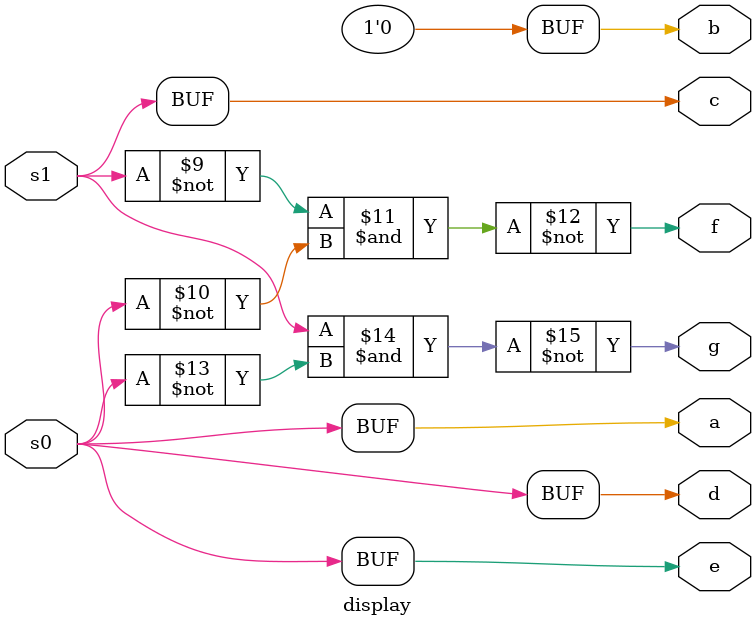
<source format=v>
module display(
	input s0, s1,
	output a,b,c,d,e,f,g
);

assign a = ~(~s0),
		b = 0,
		c = ~(~s1),
		d = ~(~s0),
		e = ~(~s0),
		f = ~((~s1) & (~s0)),
		g = ~((s1) & (~s0));
		
endmodule

</source>
